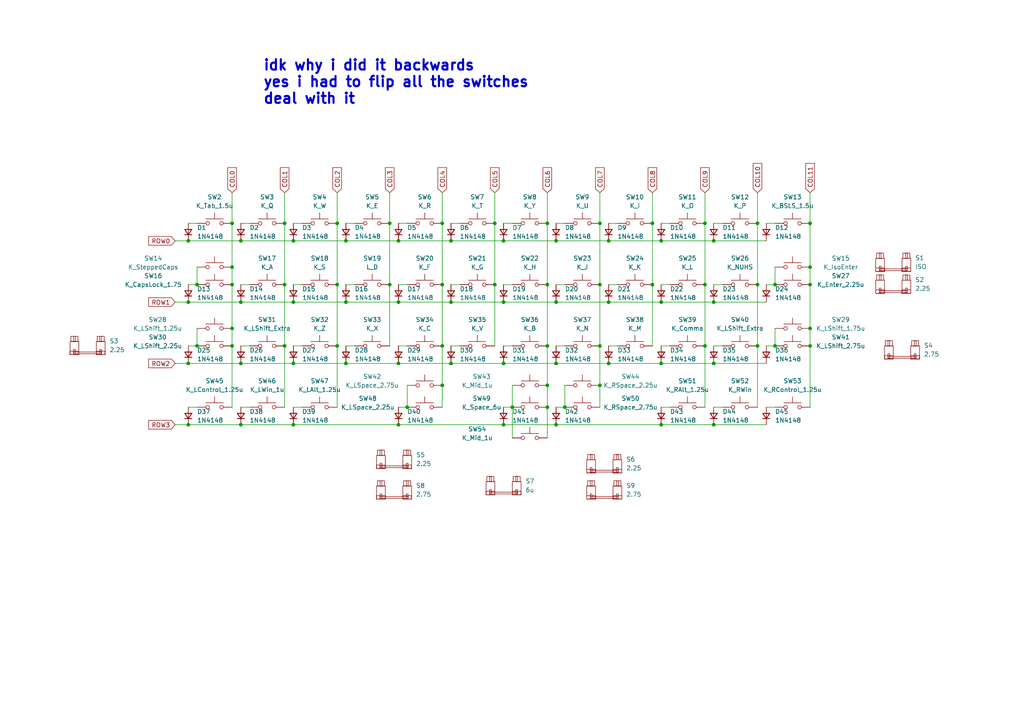
<source format=kicad_sch>
(kicad_sch (version 20211123) (generator eeschema)
  (paper "A4")
  (lib_symbols
    (symbol "Device:D_Small" (pin_numbers hide) (pin_names (offset 0.254) hide)
      (property "Reference" "D" (at -1.27 2.032 0))
      (property "Value" "D_Small" (at -3.81 -2.032 0))
      (symbol "D_Small_0_1"
        (polyline (pts (xy -0.762 -1.016) (xy -0.762 1.016)) (stroke (width 0.254)))
        (polyline (pts (xy -0.762 0) (xy 0.762 0)))
        (polyline (pts (xy 0.762 -1.016) (xy -0.762 0) (xy 0.762 1.016) (xy 0.762 -1.016)) (stroke (width 0.254)))
      )
      (symbol "D_Small_1_1"
        (pin passive line (at -2.54 0 0) (length 1.778) (name "K") (number "1"))
        (pin passive line (at 2.54 0 180) (length 1.778) (name "A") (number "2"))
      )
    )
    (symbol "Switch:SW_Push" (pin_numbers hide) (pin_names (offset 1.016) hide)
      (property "Reference" "SW" (at 1.27 2.54 0))
      (property "Value" "SW_Push" (at 0 -1.524 0))
      (symbol "SW_Push_0_1"
        (circle (center -2.032 0) (radius 0.508))
        (polyline (pts (xy 0 1.27) (xy 0 3.048)))
        (polyline (pts (xy 2.54 1.27) (xy -2.54 1.27)))
        (circle (center 2.032 0) (radius 0.508))
        (pin passive line (at -5.08 0 0) (length 2.54) (name "1") (number "1"))
        (pin passive line (at 5.08 0 180) (length 2.54) (name "2") (number "2"))
      )
    )
    (symbol "kicad-mx:MX_stab" (pin_names (offset 1.016))
      (property "Reference" "S" (at -5.08 6.35 0))
      (property "Value" "MX_stab" (at -5.08 3.81 0))
      (symbol "MX_stab_0_1"
        (rectangle (start -5.08 -1.524) (end -2.54 -2.54))
        (rectangle (start -5.08 1.27) (end -2.54 -2.54))
        (rectangle (start -4.826 2.794) (end -2.794 1.27))
        (rectangle (start -4.064 -2.286) (end -3.556 -1.016))
        (rectangle (start -4.064 -1.778) (end 4.064 -2.286))
        (rectangle (start -4.064 1.27) (end -3.556 2.794))
        (rectangle (start 2.54 -1.524) (end 5.08 -2.54))
        (rectangle (start 2.54 1.27) (end 5.08 -2.54))
        (rectangle (start 2.794 2.794) (end 4.826 1.27))
        (rectangle (start 3.556 1.27) (end 4.064 2.794))
        (rectangle (start 4.064 -2.286) (end 3.556 -1.016))
      )
    )
  )
  (junction (at 54.61 105.41))
  (junction (at 161.29 87.63))
  (junction (at 234.95 100.33))
  (junction (at 54.61 87.63))
  (junction (at 115.57 123.19))
  (junction (at 158.75 100.33))
  (junction (at 204.47 82.55))
  (junction (at 69.85 69.85))
  (junction (at 67.31 77.47))
  (junction (at 146.05 105.41))
  (junction (at 161.29 123.19))
  (junction (at 67.31 100.33))
  (junction (at 176.53 87.63))
  (junction (at 158.75 111.76))
  (junction (at 100.33 87.63))
  (junction (at 173.99 100.33))
  (junction (at 100.33 105.41))
  (junction (at 207.01 87.63))
  (junction (at 54.61 123.19))
  (junction (at 57.15 100.33))
  (junction (at 69.85 123.19))
  (junction (at 128.27 82.55))
  (junction (at 85.09 105.41))
  (junction (at 158.75 64.77))
  (junction (at 115.57 69.85))
  (junction (at 219.71 82.55))
  (junction (at 130.81 105.41))
  (junction (at 115.57 105.41))
  (junction (at 158.75 118.11))
  (junction (at 54.61 69.85))
  (junction (at 97.79 82.55))
  (junction (at 176.53 69.85))
  (junction (at 148.59 118.11))
  (junction (at 143.51 82.55))
  (junction (at 130.81 87.63))
  (junction (at 219.71 100.33))
  (junction (at 143.51 64.77))
  (junction (at 85.09 123.19))
  (junction (at 82.55 64.77))
  (junction (at 128.27 64.77))
  (junction (at 163.83 118.11))
  (junction (at 224.79 82.55))
  (junction (at 176.53 105.41))
  (junction (at 113.03 64.77))
  (junction (at 219.71 64.77))
  (junction (at 161.29 105.41))
  (junction (at 173.99 111.76))
  (junction (at 191.77 87.63))
  (junction (at 204.47 64.77))
  (junction (at 204.47 100.33))
  (junction (at 146.05 69.85))
  (junction (at 85.09 87.63))
  (junction (at 69.85 87.63))
  (junction (at 207.01 123.19))
  (junction (at 128.27 100.33))
  (junction (at 191.77 69.85))
  (junction (at 234.95 82.55))
  (junction (at 67.31 95.25))
  (junction (at 82.55 100.33))
  (junction (at 97.79 100.33))
  (junction (at 118.11 118.11))
  (junction (at 97.79 64.77))
  (junction (at 158.75 82.55))
  (junction (at 207.01 69.85))
  (junction (at 189.23 64.77))
  (junction (at 67.31 64.77))
  (junction (at 128.27 111.76))
  (junction (at 85.09 69.85))
  (junction (at 234.95 64.77))
  (junction (at 173.99 64.77))
  (junction (at 113.03 82.55))
  (junction (at 130.81 69.85))
  (junction (at 191.77 123.19))
  (junction (at 191.77 105.41))
  (junction (at 82.55 82.55))
  (junction (at 234.95 95.25))
  (junction (at 173.99 82.55))
  (junction (at 207.01 105.41))
  (junction (at 189.23 82.55))
  (junction (at 161.29 69.85))
  (junction (at 115.57 87.63))
  (junction (at 146.05 87.63))
  (junction (at 67.31 82.55))
  (junction (at 69.85 105.41))
  (junction (at 224.79 100.33))
  (junction (at 57.15 82.55))
  (junction (at 146.05 123.19))
  (junction (at 100.33 69.85))
  (junction (at 234.95 77.47))
  (wire (pts (xy 191.77 87.63) (xy 207.01 87.63)))
  (wire (pts (xy 67.31 95.25) (xy 67.31 100.33)))
  (wire (pts (xy 219.71 82.55) (xy 219.71 100.33)))
  (wire (pts (xy 67.31 100.33) (xy 67.31 118.11)))
  (wire (pts (xy 85.09 105.41) (xy 100.33 105.41)))
  (wire (pts (xy 158.75 111.76) (xy 158.75 118.11)))
  (wire (pts (xy 54.61 69.85) (xy 69.85 69.85)))
  (wire (pts (xy 100.33 105.41) (xy 115.57 105.41)))
  (wire (pts (xy 207.01 87.63) (xy 222.25 87.63)))
  (wire (pts (xy 176.53 87.63) (xy 191.77 87.63)))
  (wire (pts (xy 143.51 55.88) (xy 143.51 64.77)))
  (wire (pts (xy 130.81 64.77) (xy 133.35 64.77)))
  (wire (pts (xy 207.01 82.55) (xy 209.55 82.55)))
  (wire (pts (xy 158.75 64.77) (xy 158.75 82.55)))
  (wire (pts (xy 224.79 95.25) (xy 224.79 100.33)))
  (wire (pts (xy 82.55 82.55) (xy 82.55 100.33)))
  (wire (pts (xy 85.09 123.19) (xy 115.57 123.19)))
  (wire (pts (xy 191.77 105.41) (xy 207.01 105.41)))
  (wire (pts (xy 222.25 82.55) (xy 224.79 82.55)))
  (wire (pts (xy 128.27 100.33) (xy 128.27 111.76)))
  (wire (pts (xy 173.99 82.55) (xy 173.99 100.33)))
  (wire (pts (xy 100.33 100.33) (xy 102.87 100.33)))
  (wire (pts (xy 67.31 64.77) (xy 67.31 77.47)))
  (wire (pts (xy 69.85 69.85) (xy 85.09 69.85)))
  (wire (pts (xy 191.77 82.55) (xy 194.31 82.55)))
  (wire (pts (xy 146.05 100.33) (xy 148.59 100.33)))
  (wire (pts (xy 176.53 100.33) (xy 179.07 100.33)))
  (wire (pts (xy 115.57 87.63) (xy 130.81 87.63)))
  (wire (pts (xy 224.79 77.47) (xy 224.79 82.55)))
  (wire (pts (xy 115.57 64.77) (xy 118.11 64.77)))
  (wire (pts (xy 176.53 64.77) (xy 179.07 64.77)))
  (wire (pts (xy 234.95 77.47) (xy 234.95 82.55)))
  (wire (pts (xy 128.27 111.76) (xy 128.27 118.11)))
  (wire (pts (xy 82.55 64.77) (xy 82.55 82.55)))
  (wire (pts (xy 161.29 69.85) (xy 176.53 69.85)))
  (wire (pts (xy 128.27 64.77) (xy 128.27 82.55)))
  (wire (pts (xy 161.29 82.55) (xy 163.83 82.55)))
  (wire (pts (xy 219.71 55.88) (xy 219.71 64.77)))
  (wire (pts (xy 85.09 64.77) (xy 87.63 64.77)))
  (wire (pts (xy 100.33 82.55) (xy 102.87 82.55)))
  (wire (pts (xy 54.61 82.55) (xy 57.15 82.55)))
  (wire (pts (xy 207.01 69.85) (xy 222.25 69.85)))
  (wire (pts (xy 118.11 111.76) (xy 118.11 118.11)))
  (wire (pts (xy 148.59 111.76) (xy 148.59 118.11)))
  (wire (pts (xy 69.85 118.11) (xy 72.39 118.11)))
  (wire (pts (xy 176.53 105.41) (xy 191.77 105.41)))
  (wire (pts (xy 69.85 105.41) (xy 85.09 105.41)))
  (wire (pts (xy 219.71 100.33) (xy 219.71 118.11)))
  (wire (pts (xy 222.25 64.77) (xy 224.79 64.77)))
  (wire (pts (xy 146.05 118.11) (xy 148.59 118.11)))
  (wire (pts (xy 146.05 69.85) (xy 161.29 69.85)))
  (wire (pts (xy 161.29 118.11) (xy 163.83 118.11)))
  (wire (pts (xy 97.79 100.33) (xy 97.79 118.11)))
  (wire (pts (xy 207.01 100.33) (xy 209.55 100.33)))
  (wire (pts (xy 130.81 105.41) (xy 146.05 105.41)))
  (wire (pts (xy 222.25 118.11) (xy 224.79 118.11)))
  (wire (pts (xy 128.27 82.55) (xy 128.27 100.33)))
  (wire (pts (xy 161.29 123.19) (xy 191.77 123.19)))
  (wire (pts (xy 189.23 64.77) (xy 189.23 82.55)))
  (wire (pts (xy 100.33 87.63) (xy 115.57 87.63)))
  (wire (pts (xy 191.77 64.77) (xy 194.31 64.77)))
  (wire (pts (xy 130.81 69.85) (xy 146.05 69.85)))
  (wire (pts (xy 204.47 64.77) (xy 204.47 82.55)))
  (wire (pts (xy 173.99 111.76) (xy 173.99 118.11)))
  (wire (pts (xy 158.75 100.33) (xy 158.75 111.76)))
  (wire (pts (xy 204.47 82.55) (xy 204.47 100.33)))
  (wire (pts (xy 57.15 77.47) (xy 57.15 82.55)))
  (wire (pts (xy 146.05 123.19) (xy 161.29 123.19)))
  (wire (pts (xy 50.8 123.19) (xy 54.61 123.19)))
  (wire (pts (xy 148.59 118.11) (xy 148.59 127)))
  (wire (pts (xy 85.09 69.85) (xy 100.33 69.85)))
  (wire (pts (xy 161.29 100.33) (xy 163.83 100.33)))
  (wire (pts (xy 204.47 100.33) (xy 204.47 118.11)))
  (wire (pts (xy 173.99 100.33) (xy 173.99 111.76)))
  (wire (pts (xy 113.03 64.77) (xy 113.03 82.55)))
  (wire (pts (xy 82.55 100.33) (xy 82.55 118.11)))
  (wire (pts (xy 219.71 64.77) (xy 219.71 82.55)))
  (wire (pts (xy 69.85 100.33) (xy 72.39 100.33)))
  (wire (pts (xy 97.79 64.77) (xy 97.79 82.55)))
  (wire (pts (xy 97.79 55.88) (xy 97.79 64.77)))
  (wire (pts (xy 128.27 55.88) (xy 128.27 64.77)))
  (wire (pts (xy 67.31 82.55) (xy 67.31 95.25)))
  (wire (pts (xy 207.01 118.11) (xy 209.55 118.11)))
  (wire (pts (xy 54.61 123.19) (xy 69.85 123.19)))
  (wire (pts (xy 204.47 55.88) (xy 204.47 64.77)))
  (wire (pts (xy 173.99 64.77) (xy 173.99 82.55)))
  (wire (pts (xy 161.29 87.63) (xy 176.53 87.63)))
  (wire (pts (xy 207.01 105.41) (xy 222.25 105.41)))
  (wire (pts (xy 115.57 82.55) (xy 118.11 82.55)))
  (wire (pts (xy 158.75 55.88) (xy 158.75 64.77)))
  (wire (pts (xy 234.95 100.33) (xy 234.95 118.11)))
  (wire (pts (xy 222.25 100.33) (xy 224.79 100.33)))
  (wire (pts (xy 50.8 69.85) (xy 54.61 69.85)))
  (wire (pts (xy 207.01 123.19) (xy 222.25 123.19)))
  (wire (pts (xy 113.03 55.88) (xy 113.03 64.77)))
  (wire (pts (xy 57.15 95.25) (xy 57.15 100.33)))
  (wire (pts (xy 189.23 82.55) (xy 189.23 100.33)))
  (wire (pts (xy 97.79 82.55) (xy 97.79 100.33)))
  (wire (pts (xy 146.05 82.55) (xy 148.59 82.55)))
  (wire (pts (xy 50.8 87.63) (xy 54.61 87.63)))
  (wire (pts (xy 85.09 118.11) (xy 87.63 118.11)))
  (wire (pts (xy 54.61 105.41) (xy 69.85 105.41)))
  (wire (pts (xy 50.8 105.41) (xy 54.61 105.41)))
  (wire (pts (xy 173.99 55.88) (xy 173.99 64.77)))
  (wire (pts (xy 85.09 82.55) (xy 87.63 82.55)))
  (wire (pts (xy 69.85 82.55) (xy 72.39 82.55)))
  (wire (pts (xy 130.81 82.55) (xy 133.35 82.55)))
  (wire (pts (xy 191.77 69.85) (xy 207.01 69.85)))
  (wire (pts (xy 115.57 123.19) (xy 146.05 123.19)))
  (wire (pts (xy 189.23 55.88) (xy 189.23 64.77)))
  (wire (pts (xy 113.03 82.55) (xy 113.03 100.33)))
  (wire (pts (xy 234.95 95.25) (xy 234.95 100.33)))
  (wire (pts (xy 161.29 64.77) (xy 163.83 64.77)))
  (wire (pts (xy 69.85 123.19) (xy 85.09 123.19)))
  (wire (pts (xy 67.31 77.47) (xy 67.31 82.55)))
  (wire (pts (xy 100.33 64.77) (xy 102.87 64.77)))
  (wire (pts (xy 115.57 69.85) (xy 130.81 69.85)))
  (wire (pts (xy 234.95 82.55) (xy 234.95 95.25)))
  (wire (pts (xy 115.57 118.11) (xy 118.11 118.11)))
  (wire (pts (xy 191.77 100.33) (xy 194.31 100.33)))
  (wire (pts (xy 54.61 118.11) (xy 57.15 118.11)))
  (wire (pts (xy 115.57 105.41) (xy 130.81 105.41)))
  (wire (pts (xy 176.53 69.85) (xy 191.77 69.85)))
  (wire (pts (xy 143.51 64.77) (xy 143.51 82.55)))
  (wire (pts (xy 207.01 64.77) (xy 209.55 64.77)))
  (wire (pts (xy 234.95 55.88) (xy 234.95 64.77)))
  (wire (pts (xy 146.05 87.63) (xy 161.29 87.63)))
  (wire (pts (xy 130.81 87.63) (xy 146.05 87.63)))
  (wire (pts (xy 85.09 87.63) (xy 100.33 87.63)))
  (wire (pts (xy 191.77 118.11) (xy 194.31 118.11)))
  (wire (pts (xy 54.61 87.63) (xy 69.85 87.63)))
  (wire (pts (xy 67.31 55.88) (xy 67.31 64.77)))
  (wire (pts (xy 143.51 82.55) (xy 143.51 100.33)))
  (wire (pts (xy 146.05 64.77) (xy 148.59 64.77)))
  (wire (pts (xy 176.53 82.55) (xy 179.07 82.55)))
  (wire (pts (xy 54.61 64.77) (xy 57.15 64.77)))
  (wire (pts (xy 69.85 87.63) (xy 85.09 87.63)))
  (wire (pts (xy 163.83 111.76) (xy 163.83 118.11)))
  (wire (pts (xy 161.29 105.41) (xy 176.53 105.41)))
  (wire (pts (xy 158.75 82.55) (xy 158.75 100.33)))
  (wire (pts (xy 54.61 100.33) (xy 57.15 100.33)))
  (wire (pts (xy 158.75 118.11) (xy 158.75 127)))
  (wire (pts (xy 191.77 123.19) (xy 207.01 123.19)))
  (wire (pts (xy 85.09 100.33) (xy 87.63 100.33)))
  (wire (pts (xy 115.57 100.33) (xy 118.11 100.33)))
  (wire (pts (xy 146.05 105.41) (xy 161.29 105.41)))
  (wire (pts (xy 100.33 69.85) (xy 115.57 69.85)))
  (wire (pts (xy 234.95 64.77) (xy 234.95 77.47)))
  (wire (pts (xy 82.55 55.88) (xy 82.55 64.77)))
  (wire (pts (xy 130.81 100.33) (xy 133.35 100.33)))
  (wire (pts (xy 69.85 64.77) (xy 72.39 64.77)))
  (text "idk why i did it backwards\nyes i had to flip all the switches\ndeal with it" (at 76.2 30.48 0) (effects (font (size 3 3) (thickness 0.6) bold) (justify left bottom)))
  (global_label "COL9" (shape input) (at 204.47 55.88 90) (property "Intersheet References" "${INTERSHEET_REFS}" (effects hide)))
  (global_label "COL6" (shape input) (at 158.75 55.88 90) (property "Intersheet References" "${INTERSHEET_REFS}" (effects hide)))
  (global_label "COL8" (shape input) (at 189.23 55.88 90) (property "Intersheet References" "${INTERSHEET_REFS}" (effects hide)))
  (global_label "COL10" (shape input) (at 219.71 55.88 90) (property "Intersheet References" "${INTERSHEET_REFS}" (effects hide)))
  (global_label "COL2" (shape input) (at 97.79 55.88 90) (property "Intersheet References" "${INTERSHEET_REFS}" (effects hide)))
  (global_label "COL7" (shape input) (at 173.99 55.88 90) (property "Intersheet References" "${INTERSHEET_REFS}" (effects hide)))
  (global_label "COL3" (shape input) (at 113.03 55.88 90) (property "Intersheet References" "${INTERSHEET_REFS}" (effects hide)))
  (global_label "ROW1" (shape input) (at 50.8 87.63 180) (property "Intersheet References" "${INTERSHEET_REFS}" (effects hide)))
  (global_label "ROW3" (shape input) (at 50.8 123.19 180) (property "Intersheet References" "${INTERSHEET_REFS}" (effects hide)))
  (global_label "COL5" (shape input) (at 143.51 55.88 90) (property "Intersheet References" "${INTERSHEET_REFS}" (effects hide)))
  (global_label "COL4" (shape input) (at 128.27 55.88 90) (property "Intersheet References" "${INTERSHEET_REFS}" (effects hide)))
  (global_label "ROW0" (shape input) (at 50.8 69.85 180) (property "Intersheet References" "${INTERSHEET_REFS}" (effects hide)))
  (global_label "COL11" (shape input) (at 234.95 55.88 90) (property "Intersheet References" "${INTERSHEET_REFS}" (effects hide)))
  (global_label "COL1" (shape input) (at 82.55 55.88 90) (property "Intersheet References" "${INTERSHEET_REFS}" (effects hide)))
  (global_label "ROW2" (shape input) (at 50.8 105.41 180) (property "Intersheet References" "${INTERSHEET_REFS}" (effects hide)))
  (global_label "COL0" (shape input) (at 67.31 55.88 90) (property "Intersheet References" "${INTERSHEET_REFS}" (effects hide)))
  (symbol (lib_id "Switch:SW_Push") (at 153.67 100.33 0) (mirror y) (unit 1)
    (property "Reference" "SW36" (at 153.67 92.71 0))
    (property "Value" "K_B" (at 153.67 95.25 0))
    (property "Footprint" "kicad-mx:SW_MX_1u" (effects hide))
  )
  (symbol (lib_id "Switch:SW_Push") (at 229.87 77.47 0) (mirror y) (unit 1)
    (property "Reference" "SW15" (at 243.84 74.93 0))
    (property "Value" "K_IsoEnter" (at 243.84 77.47 0))
    (property "Footprint" "kicad-mx:SW_MX_1u" (effects hide))
  )
  (symbol (lib_id "kicad-mx:MX_stab") (at 261.62 101.6 0) (unit 1)
    (property "Reference" "S4" (at 267.97 100.2029 0) (effects (justify left)))
    (property "Value" "2.75" (at 267.97 102.7429 0) (effects (justify left)))
    (property "Footprint" "kicad-mx:STAB_MX_2.75u" (effects hide))
  )
  (symbol (lib_id "Device:D_Small") (at 130.81 67.31 90) (unit 1)
    (property "Reference" "D6" (at 133.35 66.0399 90) (effects (justify right)))
    (property "Value" "1N4148" (at 133.35 68.5799 90) (effects (justify right)))
    (property "Footprint" "Diode_SMD:D_SOD-123" (effects hide))
  )
  (symbol (lib_id "Device:D_Small") (at 146.05 67.31 90) (unit 1)
    (property "Reference" "D7" (at 148.59 66.0399 90) (effects (justify right)))
    (property "Value" "1N4148" (at 148.59 68.5799 90) (effects (justify right)))
    (property "Footprint" "Diode_SMD:D_SOD-123" (effects hide))
  )
  (symbol (lib_id "Device:D_Small") (at 161.29 120.65 90) (unit 1)
    (property "Reference" "D42" (at 163.83 119.3799 90) (effects (justify right)))
    (property "Value" "1N4148" (at 163.83 121.9199 90) (effects (justify right)))
    (property "Footprint" "Diode_SMD:D_SOD-123" (effects hide))
  )
  (symbol (lib_id "Switch:SW_Push") (at 214.63 82.55 0) (mirror y) (unit 1)
    (property "Reference" "SW26" (at 214.63 74.93 0))
    (property "Value" "K_NUHS" (at 214.63 77.47 0))
    (property "Footprint" "kicad-mx:SW_MX_1u" (effects hide))
  )
  (symbol (lib_id "Device:D_Small") (at 207.01 85.09 90) (unit 1)
    (property "Reference" "D23" (at 209.55 83.8199 90) (effects (justify right)))
    (property "Value" "1N4148" (at 209.55 86.3599 90) (effects (justify right)))
    (property "Footprint" "Diode_SMD:D_SOD-123" (effects hide))
  )
  (symbol (lib_id "kicad-mx:MX_stab") (at 175.26 142.24 0) (unit 1)
    (property "Reference" "S9" (at 181.61 140.8429 0) (effects (justify left)))
    (property "Value" "2.75" (at 181.61 143.3829 0) (effects (justify left)))
    (property "Footprint" "kicad-mx:STAB_MX_2.75u" (effects hide))
  )
  (symbol (lib_id "Switch:SW_Push") (at 77.47 100.33 0) (mirror y) (unit 1)
    (property "Reference" "SW31" (at 77.47 92.71 0))
    (property "Value" "K_LShift_Extra" (at 77.47 95.25 0))
    (property "Footprint" "kicad-mx:SW_MX_1u" (effects hide))
  )
  (symbol (lib_id "Device:D_Small") (at 115.57 120.65 90) (unit 1)
    (property "Reference" "D40" (at 118.11 119.3799 90) (effects (justify right)))
    (property "Value" "1N4148" (at 118.11 121.9199 90) (effects (justify right)))
    (property "Footprint" "Diode_SMD:D_SOD-123" (effects hide))
  )
  (symbol (lib_id "Switch:SW_Push") (at 77.47 118.11 0) (mirror y) (unit 1)
    (property "Reference" "SW46" (at 77.47 110.49 0))
    (property "Value" "K_LWin_1u" (at 77.47 113.03 0))
    (property "Footprint" "kicad-mx:SW_MX_1u" (effects hide))
  )
  (symbol (lib_id "Switch:SW_Push") (at 62.23 64.77 0) (mirror y) (unit 1)
    (property "Reference" "SW2" (at 62.23 57.15 0))
    (property "Value" "K_Tab_1.5u" (at 62.23 59.69 0))
    (property "Footprint" "kicad-mx:SW_MX_1.5u" (effects hide))
  )
  (symbol (lib_id "Switch:SW_Push") (at 123.19 64.77 0) (mirror y) (unit 1)
    (property "Reference" "SW6" (at 123.19 57.15 0))
    (property "Value" "K_R" (at 123.19 59.69 0))
    (property "Footprint" "kicad-mx:SW_MX_1u" (effects hide))
  )
  (symbol (lib_id "Switch:SW_Push") (at 92.71 118.11 0) (mirror y) (unit 1)
    (property "Reference" "SW47" (at 92.71 110.49 0))
    (property "Value" "K_LAlt_1.25u" (at 92.71 113.03 0))
    (property "Footprint" "kicad-mx:SW_MX_1.25u" (effects hide))
  )
  (symbol (lib_id "Device:D_Small") (at 54.61 67.31 90) (unit 1)
    (property "Reference" "D1" (at 57.15 66.0399 90) (effects (justify right)))
    (property "Value" "1N4148" (at 57.15 68.5799 90) (effects (justify right)))
    (property "Footprint" "Diode_SMD:D_SOD-123" (effects hide))
  )
  (symbol (lib_id "Device:D_Small") (at 191.77 67.31 90) (unit 1)
    (property "Reference" "D10" (at 194.31 66.0399 90) (effects (justify right)))
    (property "Value" "1N4148" (at 194.31 68.5799 90) (effects (justify right)))
    (property "Footprint" "Diode_SMD:D_SOD-123" (effects hide))
  )
  (symbol (lib_id "Switch:SW_Push") (at 107.95 82.55 0) (mirror y) (unit 1)
    (property "Reference" "SW19" (at 107.95 74.93 0))
    (property "Value" "L_D" (at 107.95 77.47 0))
    (property "Footprint" "kicad-mx:SW_MX_1u" (effects hide))
  )
  (symbol (lib_id "Switch:SW_Push") (at 62.23 82.55 0) (mirror y) (unit 1)
    (property "Reference" "SW16" (at 44.45 80.01 0))
    (property "Value" "K_CapsLock_1.75" (at 44.45 82.55 0))
    (property "Footprint" "kicad-mx:SW_MX_1.75u" (effects hide))
  )
  (symbol (lib_id "Device:D_Small") (at 115.57 67.31 90) (unit 1)
    (property "Reference" "D5" (at 118.11 66.0399 90) (effects (justify right)))
    (property "Value" "1N4148" (at 118.11 68.5799 90) (effects (justify right)))
    (property "Footprint" "Diode_SMD:D_SOD-123" (effects hide))
  )
  (symbol (lib_id "Switch:SW_Push") (at 229.87 64.77 0) (mirror y) (unit 1)
    (property "Reference" "SW13" (at 229.87 57.15 0))
    (property "Value" "K_BSLS_1.5u" (at 229.87 59.69 0))
    (property "Footprint" "kicad-mx:SW_MX_1.5u" (effects hide))
  )
  (symbol (lib_id "Switch:SW_Push") (at 62.23 95.25 0) (mirror y) (unit 1)
    (property "Reference" "SW28" (at 45.72 92.71 0))
    (property "Value" "K_LShift_1.25u" (at 45.72 95.25 0))
    (property "Footprint" "kicad-mx:SW_MX_1.25u" (effects hide))
  )
  (symbol (lib_id "kicad-mx:MX_stab") (at 259.08 76.2 0) (unit 1)
    (property "Reference" "S1" (at 265.43 74.8029 0) (effects (justify left)))
    (property "Value" "ISO" (at 265.43 77.3429 0) (effects (justify left)))
    (property "Footprint" "kicad-mx:STAB_MX_ISO_FLIPPED" (effects hide))
  )
  (symbol (lib_id "Device:D_Small") (at 176.53 102.87 90) (unit 1)
    (property "Reference" "D33" (at 179.07 101.5999 90) (effects (justify right)))
    (property "Value" "1N4148" (at 179.07 104.1399 90) (effects (justify right)))
    (property "Footprint" "Diode_SMD:D_SOD-123" (effects hide))
  )
  (symbol (lib_id "Switch:SW_Push") (at 107.95 64.77 0) (mirror y) (unit 1)
    (property "Reference" "SW5" (at 107.95 57.15 0))
    (property "Value" "K_E" (at 107.95 59.69 0))
    (property "Footprint" "kicad-mx:SW_MX_1u" (effects hide))
  )
  (symbol (lib_id "Switch:SW_Push") (at 199.39 64.77 0) (mirror y) (unit 1)
    (property "Reference" "SW11" (at 199.39 57.15 0))
    (property "Value" "K_O" (at 199.39 59.69 0))
    (property "Footprint" "kicad-mx:SW_MX_1u" (effects hide))
  )
  (symbol (lib_id "Device:D_Small") (at 69.85 67.31 90) (unit 1)
    (property "Reference" "D2" (at 72.39 66.0399 90) (effects (justify right)))
    (property "Value" "1N4148" (at 72.39 68.5799 90) (effects (justify right)))
    (property "Footprint" "Diode_SMD:D_SOD-123" (effects hide))
  )
  (symbol (lib_id "Switch:SW_Push") (at 153.67 111.76 0) (mirror y) (unit 1)
    (property "Reference" "SW43" (at 139.7 109.22 0))
    (property "Value" "K_Mid_1u" (at 138.43 111.76 0))
    (property "Footprint" "kicad-mx:SW_MX_1u" (effects hide))
  )
  (symbol (lib_id "Device:D_Small") (at 207.01 120.65 90) (unit 1)
    (property "Reference" "D44" (at 209.55 119.3799 90) (effects (justify right)))
    (property "Value" "1N4148" (at 209.55 121.9199 90) (effects (justify right)))
    (property "Footprint" "Diode_SMD:D_SOD-123" (effects hide))
  )
  (symbol (lib_id "Device:D_Small") (at 54.61 120.65 90) (unit 1)
    (property "Reference" "D37" (at 57.15 119.3799 90) (effects (justify right)))
    (property "Value" "1N4148" (at 57.15 121.9199 90) (effects (justify right)))
    (property "Footprint" "Diode_SMD:D_SOD-123" (effects hide))
  )
  (symbol (lib_id "Device:D_Small") (at 54.61 102.87 90) (unit 1)
    (property "Reference" "D25" (at 57.15 101.5999 90) (effects (justify right)))
    (property "Value" "1N4148" (at 57.15 104.1399 90) (effects (justify right)))
    (property "Footprint" "Diode_SMD:D_SOD-123" (effects hide))
  )
  (symbol (lib_id "kicad-mx:MX_stab") (at 114.3 133.35 0) (unit 1)
    (property "Reference" "S5" (at 120.65 131.9529 0) (effects (justify left)))
    (property "Value" "2.25" (at 120.65 134.4929 0) (effects (justify left)))
    (property "Footprint" "kicad-mx:STAB_MX_2.25u" (effects hide))
  )
  (symbol (lib_id "Switch:SW_Push") (at 92.71 64.77 0) (mirror y) (unit 1)
    (property "Reference" "SW4" (at 92.71 57.15 0))
    (property "Value" "K_W" (at 92.71 59.69 0))
    (property "Footprint" "kicad-mx:SW_MX_1u" (effects hide))
  )
  (symbol (lib_id "kicad-mx:MX_stab") (at 259.08 82.55 0) (unit 1)
    (property "Reference" "S2" (at 265.43 81.1529 0) (effects (justify left)))
    (property "Value" "2.25" (at 265.43 83.6929 0) (effects (justify left)))
    (property "Footprint" "kicad-mx:STAB_MX_2.25u" (effects hide))
  )
  (symbol (lib_id "Device:D_Small") (at 161.29 67.31 90) (unit 1)
    (property "Reference" "D8" (at 163.83 66.0399 90) (effects (justify right)))
    (property "Value" "1N4148" (at 163.83 68.5799 90) (effects (justify right)))
    (property "Footprint" "Diode_SMD:D_SOD-123" (effects hide))
  )
  (symbol (lib_id "Switch:SW_Push") (at 153.67 127 0) (mirror y) (unit 1)
    (property "Reference" "SW54" (at 138.43 124.46 0))
    (property "Value" "K_Mid_1u" (at 138.43 127 0))
    (property "Footprint" "kicad-mx:SW_MX_1u" (effects hide))
  )
  (symbol (lib_id "Device:D_Small") (at 176.53 67.31 90) (unit 1)
    (property "Reference" "D9" (at 179.07 66.0399 90) (effects (justify right)))
    (property "Value" "1N4148" (at 179.07 68.5799 90) (effects (justify right)))
    (property "Footprint" "Diode_SMD:D_SOD-123" (effects hide))
  )
  (symbol (lib_id "Switch:SW_Push") (at 123.19 100.33 0) (mirror y) (unit 1)
    (property "Reference" "SW34" (at 123.19 92.71 0))
    (property "Value" "K_C" (at 123.19 95.25 0))
    (property "Footprint" "kicad-mx:SW_MX_1u" (effects hide))
  )
  (symbol (lib_id "Switch:SW_Push") (at 153.67 82.55 0) (mirror y) (unit 1)
    (property "Reference" "SW22" (at 153.67 74.93 0))
    (property "Value" "K_H" (at 153.67 77.47 0))
    (property "Footprint" "kicad-mx:SW_MX_1u" (effects hide))
  )
  (symbol (lib_id "Switch:SW_Push") (at 77.47 82.55 0) (mirror y) (unit 1)
    (property "Reference" "SW17" (at 77.47 74.93 0))
    (property "Value" "K_A" (at 77.47 77.47 0))
    (property "Footprint" "kicad-mx:SW_MX_1u" (effects hide))
  )
  (symbol (lib_id "Device:D_Small") (at 69.85 120.65 90) (unit 1)
    (property "Reference" "D38" (at 72.39 119.3799 90) (effects (justify right)))
    (property "Value" "1N4148" (at 72.39 121.9199 90) (effects (justify right)))
    (property "Footprint" "Diode_SMD:D_SOD-123" (effects hide))
  )
  (symbol (lib_id "Switch:SW_Push") (at 138.43 100.33 0) (mirror y) (unit 1)
    (property "Reference" "SW35" (at 138.43 92.71 0))
    (property "Value" "K_V" (at 138.43 95.25 0))
    (property "Footprint" "kicad-mx:SW_MX_1u" (effects hide))
  )
  (symbol (lib_id "Device:D_Small") (at 191.77 85.09 90) (unit 1)
    (property "Reference" "D22" (at 194.31 83.8199 90) (effects (justify right)))
    (property "Value" "1N4148" (at 194.31 86.3599 90) (effects (justify right)))
    (property "Footprint" "Diode_SMD:D_SOD-123" (effects hide))
  )
  (symbol (lib_id "Switch:SW_Push") (at 168.91 111.76 0) (mirror y) (unit 1)
    (property "Reference" "SW44" (at 182.88 109.22 0))
    (property "Value" "K_RSpace_2.25u" (at 182.88 111.76 0))
    (property "Footprint" "kicad-mx:SW_MX_1u" (effects hide))
  )
  (symbol (lib_id "Switch:SW_Push") (at 92.71 100.33 0) (mirror y) (unit 1)
    (property "Reference" "SW32" (at 92.71 92.71 0))
    (property "Value" "K_Z" (at 92.71 95.25 0))
    (property "Footprint" "kicad-mx:SW_MX_1u" (effects hide))
  )
  (symbol (lib_id "Switch:SW_Push") (at 123.19 111.76 0) (mirror y) (unit 1)
    (property "Reference" "SW42" (at 107.95 109.22 0))
    (property "Value" "K_LSpace_2.75u" (at 107.95 111.76 0))
    (property "Footprint" "kicad-mx:SW_MX_1u" (effects hide))
  )
  (symbol (lib_id "Device:D_Small") (at 222.25 102.87 90) (unit 1)
    (property "Reference" "D36" (at 224.79 101.5999 90) (effects (justify right)))
    (property "Value" "1N4148" (at 224.79 104.1399 90) (effects (justify right)))
    (property "Footprint" "Diode_SMD:D_SOD-123" (effects hide))
  )
  (symbol (lib_id "kicad-mx:MX_stab") (at 146.05 140.97 0) (unit 1)
    (property "Reference" "S7" (at 152.4 139.5729 0) (effects (justify left)))
    (property "Value" "6u" (at 152.4 142.1129 0) (effects (justify left)))
    (property "Footprint" "kicad-mx:STAB_MX_6u" (effects hide))
  )
  (symbol (lib_id "Device:D_Small") (at 85.09 102.87 90) (unit 1)
    (property "Reference" "D27" (at 87.63 101.5999 90) (effects (justify right)))
    (property "Value" "1N4148" (at 87.63 104.1399 90) (effects (justify right)))
    (property "Footprint" "Diode_SMD:D_SOD-123" (effects hide))
  )
  (symbol (lib_id "Device:D_Small") (at 100.33 85.09 90) (unit 1)
    (property "Reference" "D16" (at 102.87 83.8199 90) (effects (justify right)))
    (property "Value" "1N4148" (at 102.87 86.3599 90) (effects (justify right)))
    (property "Footprint" "Diode_SMD:D_SOD-123" (effects hide))
  )
  (symbol (lib_id "Switch:SW_Push") (at 62.23 100.33 0) (mirror y) (unit 1)
    (property "Reference" "SW30" (at 45.72 97.79 0))
    (property "Value" "K_LShift_2.25u" (at 45.72 100.33 0))
    (property "Footprint" "kicad-mx:SW_MX_1u" (effects hide))
  )
  (symbol (lib_id "Device:D_Small") (at 146.05 85.09 90) (unit 1)
    (property "Reference" "D19" (at 148.59 83.8199 90) (effects (justify right)))
    (property "Value" "1N4148" (at 148.59 86.3599 90) (effects (justify right)))
    (property "Footprint" "Diode_SMD:D_SOD-123" (effects hide))
  )
  (symbol (lib_id "Device:D_Small") (at 191.77 120.65 90) (unit 1)
    (property "Reference" "D43" (at 194.31 119.3799 90) (effects (justify right)))
    (property "Value" "1N4148" (at 194.31 121.9199 90) (effects (justify right)))
    (property "Footprint" "Diode_SMD:D_SOD-123" (effects hide))
  )
  (symbol (lib_id "Switch:SW_Push") (at 77.47 64.77 0) (mirror y) (unit 1)
    (property "Reference" "SW3" (at 77.47 57.15 0))
    (property "Value" "K_Q" (at 77.47 59.69 0))
    (property "Footprint" "kicad-mx:SW_MX_1u" (effects hide))
  )
  (symbol (lib_id "Switch:SW_Push") (at 123.19 82.55 0) (mirror y) (unit 1)
    (property "Reference" "SW20" (at 123.19 74.93 0))
    (property "Value" "K_F" (at 123.19 77.47 0))
    (property "Footprint" "kicad-mx:SW_MX_1u" (effects hide))
  )
  (symbol (lib_id "Switch:SW_Push") (at 153.67 118.11 0) (mirror y) (unit 1)
    (property "Reference" "SW49" (at 139.7 115.57 0))
    (property "Value" "K_Space_6u" (at 139.7 118.11 0))
    (property "Footprint" "kicad-mx:SW_MX_1u" (effects hide))
  )
  (symbol (lib_id "Switch:SW_Push") (at 199.39 118.11 0) (mirror y) (unit 1)
    (property "Reference" "SW51" (at 199.39 110.49 0))
    (property "Value" "K_RAlt_1.25u" (at 199.39 113.03 0))
    (property "Footprint" "kicad-mx:SW_MX_1.25u" (effects hide))
  )
  (symbol (lib_id "Switch:SW_Push") (at 229.87 118.11 0) (mirror y) (unit 1)
    (property "Reference" "SW53" (at 229.87 110.49 0))
    (property "Value" "K_RControl_1.25u" (at 229.87 113.03 0))
    (property "Footprint" "kicad-mx:SW_MX_1.25u" (effects hide))
  )
  (symbol (lib_id "Device:D_Small") (at 161.29 85.09 90) (unit 1)
    (property "Reference" "D20" (at 163.83 83.8199 90) (effects (justify right)))
    (property "Value" "1N4148" (at 163.83 86.3599 90) (effects (justify right)))
    (property "Footprint" "Diode_SMD:D_SOD-123" (effects hide))
  )
  (symbol (lib_id "Switch:SW_Push") (at 168.91 82.55 0) (mirror y) (unit 1)
    (property "Reference" "SW23" (at 168.91 74.93 0))
    (property "Value" "K_J" (at 168.91 77.47 0))
    (property "Footprint" "kicad-mx:SW_MX_1u" (effects hide))
  )
  (symbol (lib_id "Device:D_Small") (at 207.01 102.87 90) (unit 1)
    (property "Reference" "D35" (at 209.55 101.5999 90) (effects (justify right)))
    (property "Value" "1N4148" (at 209.55 104.1399 90) (effects (justify right)))
    (property "Footprint" "Diode_SMD:D_SOD-123" (effects hide))
  )
  (symbol (lib_id "Switch:SW_Push") (at 199.39 100.33 0) (mirror y) (unit 1)
    (property "Reference" "SW39" (at 199.39 92.71 0))
    (property "Value" "K_Comma" (at 199.39 95.25 0))
    (property "Footprint" "kicad-mx:SW_MX_1u" (effects hide))
  )
  (symbol (lib_id "Device:D_Small") (at 161.29 102.87 90) (unit 1)
    (property "Reference" "D32" (at 163.83 101.5999 90) (effects (justify right)))
    (property "Value" "1N4148" (at 163.83 104.1399 90) (effects (justify right)))
    (property "Footprint" "Diode_SMD:D_SOD-123" (effects hide))
  )
  (symbol (lib_id "Device:D_Small") (at 191.77 102.87 90) (unit 1)
    (property "Reference" "D34" (at 194.31 101.5999 90) (effects (justify right)))
    (property "Value" "1N4148" (at 194.31 104.1399 90) (effects (justify right)))
    (property "Footprint" "Diode_SMD:D_SOD-123" (effects hide))
  )
  (symbol (lib_id "Device:D_Small") (at 100.33 67.31 90) (unit 1)
    (property "Reference" "D4" (at 102.87 66.0399 90) (effects (justify right)))
    (property "Value" "1N4148" (at 102.87 68.5799 90) (effects (justify right)))
    (property "Footprint" "Diode_SMD:D_SOD-123" (effects hide))
  )
  (symbol (lib_id "Device:D_Small") (at 115.57 85.09 90) (unit 1)
    (property "Reference" "D17" (at 118.11 83.8199 90) (effects (justify right)))
    (property "Value" "1N4148" (at 118.11 86.3599 90) (effects (justify right)))
    (property "Footprint" "Diode_SMD:D_SOD-123" (effects hide))
  )
  (symbol (lib_id "Device:D_Small") (at 176.53 85.09 90) (unit 1)
    (property "Reference" "D21" (at 179.07 83.8199 90) (effects (justify right)))
    (property "Value" "1N4148" (at 179.07 86.3599 90) (effects (justify right)))
    (property "Footprint" "Diode_SMD:D_SOD-123" (effects hide))
  )
  (symbol (lib_id "Device:D_Small") (at 130.81 85.09 90) (unit 1)
    (property "Reference" "D18" (at 133.35 83.8199 90) (effects (justify right)))
    (property "Value" "1N4148" (at 133.35 86.3599 90) (effects (justify right)))
    (property "Footprint" "Diode_SMD:D_SOD-123" (effects hide))
  )
  (symbol (lib_id "Switch:SW_Push") (at 214.63 118.11 0) (mirror y) (unit 1)
    (property "Reference" "SW52" (at 214.63 110.49 0))
    (property "Value" "K_RWin" (at 214.63 113.03 0))
    (property "Footprint" "kicad-mx:SW_MX_1u" (effects hide))
  )
  (symbol (lib_id "Device:D_Small") (at 85.09 120.65 90) (unit 1)
    (property "Reference" "D39" (at 87.63 119.3799 90) (effects (justify right)))
    (property "Value" "1N4148" (at 87.63 121.9199 90) (effects (justify right)))
    (property "Footprint" "Diode_SMD:D_SOD-123" (effects hide))
  )
  (symbol (lib_id "Device:D_Small") (at 54.61 85.09 90) (unit 1)
    (property "Reference" "D13" (at 57.15 83.8199 90) (effects (justify right)))
    (property "Value" "1N4148" (at 57.15 86.3599 90) (effects (justify right)))
    (property "Footprint" "Diode_SMD:D_SOD-123" (effects hide))
  )
  (symbol (lib_id "Switch:SW_Push") (at 168.91 100.33 0) (mirror y) (unit 1)
    (property "Reference" "SW37" (at 168.91 92.71 0))
    (property "Value" "K_N" (at 168.91 95.25 0))
    (property "Footprint" "kicad-mx:SW_MX_1u" (effects hide))
  )
  (symbol (lib_id "Device:D_Small") (at 222.25 120.65 90) (unit 1)
    (property "Reference" "D45" (at 224.79 119.3799 90) (effects (justify right)))
    (property "Value" "1N4148" (at 224.79 121.9199 90) (effects (justify right)))
    (property "Footprint" "Diode_SMD:D_SOD-123" (effects hide))
  )
  (symbol (lib_id "Device:D_Small") (at 85.09 67.31 90) (unit 1)
    (property "Reference" "D3" (at 87.63 66.0399 90) (effects (justify right)))
    (property "Value" "1N4148" (at 87.63 68.5799 90) (effects (justify right)))
    (property "Footprint" "Diode_SMD:D_SOD-123" (effects hide))
  )
  (symbol (lib_id "Device:D_Small") (at 222.25 85.09 90) (unit 1)
    (property "Reference" "D24" (at 224.79 83.8199 90) (effects (justify right)))
    (property "Value" "1N4148" (at 224.79 86.3599 90) (effects (justify right)))
    (property "Footprint" "Diode_SMD:D_SOD-123" (effects hide))
  )
  (symbol (lib_id "kicad-mx:MX_stab") (at 175.26 134.62 0) (unit 1)
    (property "Reference" "S6" (at 181.61 133.2229 0) (effects (justify left)))
    (property "Value" "2.25" (at 181.61 135.7629 0) (effects (justify left)))
    (property "Footprint" "kicad-mx:STAB_MX_2.25u" (effects hide))
  )
  (symbol (lib_id "Switch:SW_Push") (at 229.87 95.25 0) (mirror y) (unit 1)
    (property "Reference" "SW29" (at 243.84 92.71 0))
    (property "Value" "K_LShift_1.75u" (at 243.84 95.25 0))
    (property "Footprint" "kicad-mx:SW_MX_1.75u" (effects hide))
  )
  (symbol (lib_id "Switch:SW_Push") (at 184.15 82.55 0) (mirror y) (unit 1)
    (property "Reference" "SW24" (at 184.15 74.93 0))
    (property "Value" "K_K" (at 184.15 77.47 0))
    (property "Footprint" "kicad-mx:SW_MX_1u" (effects hide))
  )
  (symbol (lib_id "kicad-mx:MX_stab") (at 25.4 100.33 0) (unit 1)
    (property "Reference" "S3" (at 31.75 98.9329 0) (effects (justify left)))
    (property "Value" "2.25" (at 31.75 101.4729 0) (effects (justify left)))
    (property "Footprint" "kicad-mx:STAB_MX_2.25u" (effects hide))
  )
  (symbol (lib_id "Switch:SW_Push") (at 123.19 118.11 0) (mirror y) (unit 1)
    (property "Reference" "SW48" (at 106.68 115.57 0))
    (property "Value" "K_LSpace_2.25u" (at 106.68 118.11 0))
    (property "Footprint" "kicad-mx:SW_MX_1u" (effects hide))
  )
  (symbol (lib_id "Device:D_Small") (at 85.09 85.09 90) (unit 1)
    (property "Reference" "D15" (at 87.63 83.8199 90) (effects (justify right)))
    (property "Value" "1N4148" (at 87.63 86.3599 90) (effects (justify right)))
    (property "Footprint" "Diode_SMD:D_SOD-123" (effects hide))
  )
  (symbol (lib_id "Switch:SW_Push") (at 168.91 64.77 0) (mirror y) (unit 1)
    (property "Reference" "SW9" (at 168.91 57.15 0))
    (property "Value" "K_U" (at 168.91 59.69 0))
    (property "Footprint" "kicad-mx:SW_MX_1u" (effects hide))
  )
  (symbol (lib_id "Switch:SW_Push") (at 229.87 100.33 0) (mirror y) (unit 1)
    (property "Reference" "SW41" (at 243.84 97.79 0))
    (property "Value" "K_LShift_2.75u" (at 243.84 100.33 0))
    (property "Footprint" "kicad-mx:SW_MX_1u" (effects hide))
  )
  (symbol (lib_id "Switch:SW_Push") (at 138.43 64.77 0) (mirror y) (unit 1)
    (property "Reference" "SW7" (at 138.43 57.15 0))
    (property "Value" "K_T" (at 138.43 59.69 0))
    (property "Footprint" "kicad-mx:SW_MX_1u" (effects hide))
  )
  (symbol (lib_id "Device:D_Small") (at 146.05 102.87 90) (unit 1)
    (property "Reference" "D31" (at 148.59 101.5999 90) (effects (justify right)))
    (property "Value" "1N4148" (at 148.59 104.1399 90) (effects (justify right)))
    (property "Footprint" "Diode_SMD:D_SOD-123" (effects hide))
  )
  (symbol (lib_id "Switch:SW_Push") (at 153.67 64.77 0) (mirror y) (unit 1)
    (property "Reference" "SW8" (at 153.67 57.15 0))
    (property "Value" "K_Y" (at 153.67 59.69 0))
    (property "Footprint" "kicad-mx:SW_MX_1u" (effects hide))
  )
  (symbol (lib_id "Switch:SW_Push") (at 168.91 118.11 0) (mirror y) (unit 1)
    (property "Reference" "SW50" (at 182.88 115.57 0))
    (property "Value" "K_RSpace_2.75u" (at 182.88 118.11 0))
    (property "Footprint" "kicad-mx:SW_MX_1u" (effects hide))
  )
  (symbol (lib_id "Device:D_Small") (at 207.01 67.31 90) (unit 1)
    (property "Reference" "D11" (at 209.55 66.0399 90) (effects (justify right)))
    (property "Value" "1N4148" (at 209.55 68.5799 90) (effects (justify right)))
    (property "Footprint" "Diode_SMD:D_SOD-123" (effects hide))
  )
  (symbol (lib_id "Device:D_Small") (at 69.85 85.09 90) (unit 1)
    (property "Reference" "D14" (at 72.39 83.8199 90) (effects (justify right)))
    (property "Value" "1N4148" (at 72.39 86.3599 90) (effects (justify right)))
    (property "Footprint" "Diode_SMD:D_SOD-123" (effects hide))
  )
  (symbol (lib_id "Switch:SW_Push") (at 229.87 82.55 0) (mirror y) (unit 1)
    (property "Reference" "SW27" (at 243.84 80.01 0))
    (property "Value" "K_Enter_2.25u" (at 243.84 82.55 0))
    (property "Footprint" "kicad-mx:SW_MX_1u" (effects hide))
  )
  (symbol (lib_id "Switch:SW_Push") (at 138.43 82.55 0) (mirror y) (unit 1)
    (property "Reference" "SW21" (at 138.43 74.93 0))
    (property "Value" "K_G" (at 138.43 77.47 0))
    (property "Footprint" "kicad-mx:SW_MX_1u" (effects hide))
  )
  (symbol (lib_id "Device:D_Small") (at 130.81 102.87 90) (unit 1)
    (property "Reference" "D30" (at 133.35 101.5999 90) (effects (justify right)))
    (property "Value" "1N4148" (at 133.35 104.1399 90) (effects (justify right)))
    (property "Footprint" "Diode_SMD:D_SOD-123" (effects hide))
  )
  (symbol (lib_id "Switch:SW_Push") (at 107.95 100.33 0) (mirror y) (unit 1)
    (property "Reference" "SW33" (at 107.95 92.71 0))
    (property "Value" "K_X" (at 107.95 95.25 0))
    (property "Footprint" "kicad-mx:SW_MX_1u" (effects hide))
  )
  (symbol (lib_id "Device:D_Small") (at 115.57 102.87 90) (unit 1)
    (property "Reference" "D29" (at 118.11 101.5999 90) (effects (justify right)))
    (property "Value" "1N4148" (at 118.11 104.1399 90) (effects (justify right)))
    (property "Footprint" "Diode_SMD:D_SOD-123" (effects hide))
  )
  (symbol (lib_id "kicad-mx:MX_stab") (at 114.3 142.24 0) (unit 1)
    (property "Reference" "S8" (at 120.65 140.8429 0) (effects (justify left)))
    (property "Value" "2.75" (at 120.65 143.3829 0) (effects (justify left)))
    (property "Footprint" "kicad-mx:STAB_MX_2.75u" (effects hide))
  )
  (symbol (lib_id "Switch:SW_Push") (at 62.23 77.47 0) (mirror y) (unit 1)
    (property "Reference" "SW14" (at 44.45 74.93 0))
    (property "Value" "K_SteppedCaps" (at 44.45 77.47 0))
    (property "Footprint" "kicad-mx:SW_MX_1.75u_stp" (effects hide))
  )
  (symbol (lib_id "Switch:SW_Push") (at 214.63 64.77 0) (mirror y) (unit 1)
    (property "Reference" "SW12" (at 214.63 57.15 0))
    (property "Value" "K_P" (at 214.63 59.69 0))
    (property "Footprint" "kicad-mx:SW_MX_1u" (effects hide))
  )
  (symbol (lib_id "Switch:SW_Push") (at 199.39 82.55 0) (mirror y) (unit 1)
    (property "Reference" "SW25" (at 199.39 74.93 0))
    (property "Value" "K_L" (at 199.39 77.47 0))
    (property "Footprint" "kicad-mx:SW_MX_1u" (effects hide))
  )
  (symbol (lib_id "Switch:SW_Push") (at 92.71 82.55 0) (mirror y) (unit 1)
    (property "Reference" "SW18" (at 92.71 74.93 0))
    (property "Value" "K_S" (at 92.71 77.47 0))
    (property "Footprint" "kicad-mx:SW_MX_1u" (effects hide))
  )
  (symbol (lib_id "Switch:SW_Push") (at 62.23 118.11 0) (mirror y) (unit 1)
    (property "Reference" "SW45" (at 62.23 110.49 0))
    (property "Value" "K_LControl_1.25u" (at 62.23 113.03 0))
    (property "Footprint" "kicad-mx:SW_MX_1.25u" (effects hide))
  )
  (symbol (lib_id "Device:D_Small") (at 146.05 120.65 90) (unit 1)
    (property "Reference" "D41" (at 148.59 119.3799 90) (effects (justify right)))
    (property "Value" "1N4148" (at 148.59 121.9199 90) (effects (justify right)))
    (property "Footprint" "Diode_SMD:D_SOD-123" (effects hide))
  )
  (symbol (lib_id "Device:D_Small") (at 100.33 102.87 90) (unit 1)
    (property "Reference" "D28" (at 102.87 101.5999 90) (effects (justify right)))
    (property "Value" "1N4148" (at 102.87 104.1399 90) (effects (justify right)))
    (property "Footprint" "Diode_SMD:D_SOD-123" (effects hide))
  )
  (symbol (lib_id "Switch:SW_Push") (at 214.63 100.33 0) (mirror y) (unit 1)
    (property "Reference" "SW40" (at 214.63 92.71 0))
    (property "Value" "K_LShift_Extra" (at 214.63 95.25 0))
    (property "Footprint" "kicad-mx:SW_MX_1u" (effects hide))
  )
  (symbol (lib_id "Device:D_Small") (at 222.25 67.31 90) (unit 1)
    (property "Reference" "D12" (at 224.79 66.0399 90) (effects (justify right)))
    (property "Value" "1N4148" (at 224.79 68.5799 90) (effects (justify right)))
    (property "Footprint" "Diode_SMD:D_SOD-123" (effects hide))
  )
  (symbol (lib_id "Switch:SW_Push") (at 184.15 100.33 0) (mirror y) (unit 1)
    (property "Reference" "SW38" (at 184.15 92.71 0))
    (property "Value" "K_M" (at 184.15 95.25 0))
    (property "Footprint" "kicad-mx:SW_MX_1u" (effects hide))
  )
  (symbol (lib_id "Switch:SW_Push") (at 184.15 64.77 0) (mirror y) (unit 1)
    (property "Reference" "SW10" (at 184.15 57.15 0))
    (property "Value" "K_I" (at 184.15 59.69 0))
    (property "Footprint" "kicad-mx:SW_MX_1u" (effects hide))
  )
  (symbol (lib_id "Device:D_Small") (at 69.85 102.87 90) (unit 1)
    (property "Reference" "D26" (at 72.39 101.5999 90) (effects (justify right)))
    (property "Value" "1N4148" (at 72.39 104.1399 90) (effects (justify right)))
    (property "Footprint" "Diode_SMD:D_SOD-123" (effects hide))
  )
)
</source>
